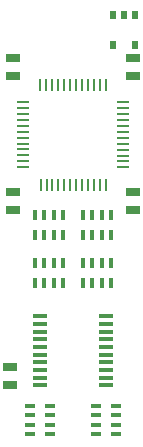
<source format=gtp>
G04 (created by PCBNEW-RS274X (2012-apr-16-27)-stable) date So 08 Sep 2013 13:16:25 CEST*
G01*
G70*
G90*
%MOIN*%
G04 Gerber Fmt 3.4, Leading zero omitted, Abs format*
%FSLAX34Y34*%
G04 APERTURE LIST*
%ADD10C,0.006000*%
%ADD11R,0.020000X0.030000*%
%ADD12R,0.010000X0.040000*%
%ADD13R,0.040000X0.010000*%
%ADD14R,0.050000X0.015000*%
%ADD15R,0.045000X0.025000*%
%ADD16R,0.015700X0.035400*%
%ADD17R,0.035400X0.015700*%
G04 APERTURE END LIST*
G54D10*
G54D11*
X60075Y-31000D03*
X59325Y-31000D03*
X60075Y-32000D03*
X59700Y-31000D03*
X59325Y-32000D03*
G54D12*
X59080Y-33328D03*
X58880Y-33328D03*
X58690Y-33328D03*
X58490Y-33328D03*
X58290Y-33328D03*
X58100Y-33328D03*
X57900Y-33328D03*
X57700Y-33328D03*
X57510Y-33328D03*
X57310Y-33328D03*
X57110Y-33328D03*
X56910Y-33328D03*
G54D13*
X59672Y-36081D03*
X59672Y-35881D03*
X59672Y-35691D03*
X59672Y-35491D03*
X59672Y-35291D03*
X59672Y-35101D03*
X59672Y-34901D03*
X59672Y-34701D03*
X59672Y-34511D03*
X59672Y-34311D03*
X59672Y-34111D03*
X59672Y-33911D03*
X56328Y-33919D03*
X56328Y-34119D03*
X56328Y-34309D03*
X56328Y-34509D03*
X56328Y-34709D03*
X56328Y-34899D03*
X56328Y-35099D03*
X56328Y-35299D03*
X56328Y-35489D03*
X56328Y-35689D03*
X56328Y-35889D03*
X56328Y-36089D03*
G54D12*
X56919Y-36672D03*
X57119Y-36672D03*
X57309Y-36672D03*
X57509Y-36672D03*
X57709Y-36672D03*
X57899Y-36672D03*
X58099Y-36672D03*
X58299Y-36672D03*
X58489Y-36672D03*
X58689Y-36672D03*
X58889Y-36672D03*
X59089Y-36672D03*
G54D14*
X56898Y-43352D03*
X56898Y-41048D03*
X59102Y-43352D03*
X59102Y-41048D03*
X59102Y-43096D03*
X59102Y-42840D03*
X59102Y-42584D03*
X59102Y-42328D03*
X59102Y-42072D03*
X59102Y-41816D03*
X59102Y-41560D03*
X59102Y-41304D03*
X56898Y-41304D03*
X56898Y-41560D03*
X56898Y-41816D03*
X56898Y-42072D03*
X56898Y-42328D03*
X56898Y-42584D03*
X56898Y-42840D03*
X56898Y-43096D03*
G54D15*
X60000Y-36900D03*
X60000Y-37500D03*
X55900Y-43350D03*
X55900Y-42750D03*
X60000Y-32450D03*
X60000Y-33050D03*
G54D16*
X56728Y-39935D03*
X57043Y-39935D03*
X57672Y-39935D03*
X57357Y-39935D03*
X57357Y-39265D03*
X57672Y-39265D03*
X57043Y-39265D03*
X56728Y-39265D03*
X58328Y-39935D03*
X58643Y-39935D03*
X59272Y-39935D03*
X58957Y-39935D03*
X58957Y-39265D03*
X59272Y-39265D03*
X58643Y-39265D03*
X58328Y-39265D03*
X57672Y-37665D03*
X57357Y-37665D03*
X56728Y-37665D03*
X57043Y-37665D03*
X57043Y-38335D03*
X56728Y-38335D03*
X57357Y-38335D03*
X57672Y-38335D03*
X59272Y-37665D03*
X58957Y-37665D03*
X58328Y-37665D03*
X58643Y-37665D03*
X58643Y-38335D03*
X58328Y-38335D03*
X58957Y-38335D03*
X59272Y-38335D03*
G54D17*
X56565Y-44028D03*
X56565Y-44343D03*
X56565Y-44972D03*
X56565Y-44657D03*
X57235Y-44657D03*
X57235Y-44972D03*
X57235Y-44343D03*
X57235Y-44028D03*
X58765Y-44028D03*
X58765Y-44343D03*
X58765Y-44972D03*
X58765Y-44657D03*
X59435Y-44657D03*
X59435Y-44972D03*
X59435Y-44343D03*
X59435Y-44028D03*
G54D15*
X56000Y-33050D03*
X56000Y-32450D03*
X56000Y-36900D03*
X56000Y-37500D03*
M02*

</source>
